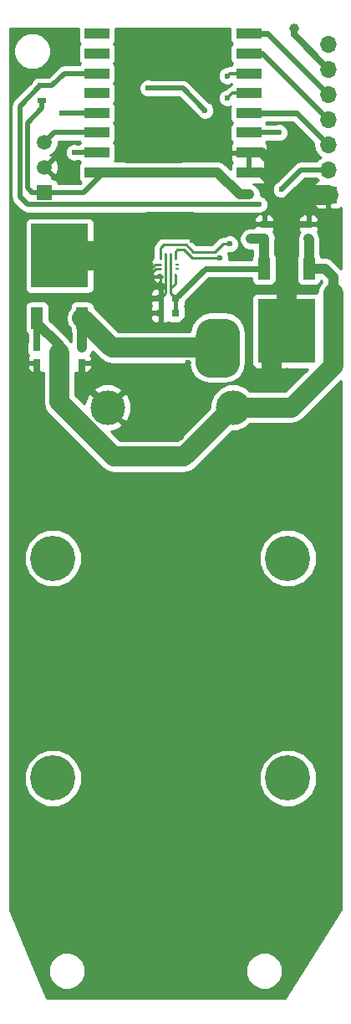
<source format=gtl>
G04 #@! TF.FileFunction,Copper,L1,Top,Signal*
%FSLAX46Y46*%
G04 Gerber Fmt 4.6, Leading zero omitted, Abs format (unit mm)*
G04 Created by KiCad (PCBNEW 4.0.7) date Sun Dec 17 13:28:59 2017*
%MOMM*%
%LPD*%
G01*
G04 APERTURE LIST*
%ADD10C,0.100000*%
%ADD11C,3.500000*%
%ADD12C,4.572000*%
%ADD13R,0.250000X0.400000*%
%ADD14R,0.400000X0.250000*%
%ADD15R,0.750000X0.800000*%
%ADD16R,0.800000X0.750000*%
%ADD17R,1.700000X1.700000*%
%ADD18O,1.700000X1.700000*%
%ADD19R,0.900000X0.500000*%
%ADD20R,1.200000X2.200000*%
%ADD21R,5.800000X6.400000*%
%ADD22R,2.750000X3.050000*%
%ADD23C,1.520000*%
%ADD24R,1.520000X1.520000*%
%ADD25R,2.500000X1.100000*%
%ADD26C,0.600000*%
%ADD27C,1.000000*%
%ADD28C,2.000000*%
%ADD29C,0.700000*%
%ADD30C,1.000000*%
%ADD31C,2.000000*%
%ADD32C,0.400000*%
%ADD33C,0.600000*%
%ADD34C,0.250000*%
%ADD35C,0.500000*%
%ADD36C,3.000000*%
%ADD37C,0.300000*%
%ADD38C,0.254000*%
G04 APERTURE END LIST*
D10*
D11*
X63337400Y-79035000D03*
X50637400Y-79035000D03*
D12*
X45074800Y-94275000D03*
X68900000Y-94275000D03*
X68900000Y-116500000D03*
X45074800Y-116500000D03*
D13*
X56000000Y-65725000D03*
D14*
X55825000Y-64550000D03*
X55825000Y-65050000D03*
X57675000Y-64550000D03*
X57675000Y-65050000D03*
D13*
X57500000Y-65725000D03*
X57000000Y-65725000D03*
X56500000Y-65725000D03*
X56000000Y-63875000D03*
X56500000Y-63875000D03*
X57000000Y-63875000D03*
X57500000Y-63875000D03*
D15*
X43500000Y-74500000D03*
X43500000Y-73000000D03*
X71000000Y-60500000D03*
X71000000Y-62000000D03*
X66500000Y-60500000D03*
X66500000Y-62000000D03*
X48000000Y-74500000D03*
X48000000Y-73000000D03*
D16*
X56000000Y-68000000D03*
X57500000Y-68000000D03*
X56000000Y-69500000D03*
X57500000Y-69500000D03*
D17*
X73000000Y-57540000D03*
D18*
X73000000Y-55000000D03*
X73000000Y-52460000D03*
X73000000Y-49920000D03*
X73000000Y-47380000D03*
X73000000Y-44840000D03*
X73000000Y-42300000D03*
D19*
X44000000Y-48000000D03*
X44000000Y-46500000D03*
D20*
X71030000Y-65000000D03*
X66470000Y-65000000D03*
D21*
X68750000Y-71300000D03*
D22*
X67225000Y-72975000D03*
X70275000Y-69625000D03*
X70275000Y-72975000D03*
X67225000Y-69625000D03*
D20*
X43500000Y-70000000D03*
X48060000Y-70000000D03*
D21*
X45780000Y-63700000D03*
D22*
X47305000Y-62025000D03*
X44255000Y-65375000D03*
X44255000Y-62025000D03*
X47305000Y-65375000D03*
D23*
X44250000Y-54750000D03*
X44250000Y-52210000D03*
D24*
X44250000Y-57290000D03*
D25*
X49550000Y-41250000D03*
X49550000Y-43250000D03*
X49550000Y-45250000D03*
X49550000Y-47250000D03*
X49550000Y-49250000D03*
X49550000Y-51250000D03*
X49550000Y-53250000D03*
X49550000Y-55250000D03*
X64950000Y-55250000D03*
X64950000Y-53250000D03*
X64950000Y-51250000D03*
X64950000Y-49250000D03*
X64950000Y-47250000D03*
X64950000Y-45250000D03*
X64950000Y-43250000D03*
X64950000Y-41250000D03*
D26*
X59200000Y-62100000D03*
D27*
X59000000Y-70000000D03*
D28*
X68500000Y-85500000D03*
X50000000Y-88000000D03*
D26*
X52500000Y-110000000D03*
X58000000Y-110000000D03*
X52500000Y-86000000D03*
X58000000Y-86000000D03*
X58000000Y-45750000D03*
D27*
X43500000Y-76000000D03*
D26*
X59750000Y-44500000D03*
X53000000Y-41750000D03*
D27*
X52500000Y-69750000D03*
D26*
X59250000Y-68000000D03*
D28*
X67250000Y-76000000D03*
X68500000Y-88000000D03*
X52500000Y-88000000D03*
X52500000Y-65500000D03*
D26*
X52500000Y-68000000D03*
X52500000Y-50250000D03*
X58000000Y-50000000D03*
X52500000Y-54000000D03*
X58000000Y-54000000D03*
X59250000Y-59750000D03*
X52500000Y-62000000D03*
X58750000Y-74500000D03*
X58000000Y-78000000D03*
X58000000Y-82000000D03*
X52500000Y-90000000D03*
X58000000Y-90000000D03*
X52500000Y-130000000D03*
X58000000Y-130000000D03*
X52500000Y-126000000D03*
X58000000Y-126000000D03*
X52500000Y-122000000D03*
X58000000Y-122000000D03*
X52500000Y-118000000D03*
X58000000Y-118000000D03*
X52500000Y-114000000D03*
X58000000Y-114000000D03*
X52500000Y-106000000D03*
X58000000Y-106000000D03*
X52500000Y-102000000D03*
X58000000Y-102000000D03*
X52500000Y-98000000D03*
X58000000Y-98000000D03*
X52500000Y-94000000D03*
X58000000Y-94000000D03*
D27*
X69500000Y-40750000D03*
X65125000Y-62000000D03*
X65000000Y-57500000D03*
X62500000Y-71500000D03*
X62500000Y-73000000D03*
X62500000Y-74500000D03*
X61000000Y-74500000D03*
X61000000Y-71500000D03*
X61000000Y-73000000D03*
D26*
X60500000Y-49000000D03*
X54750000Y-46750000D03*
X47250000Y-53250000D03*
X46000000Y-49250000D03*
X66000000Y-58500000D03*
X68250000Y-57000000D03*
X68000000Y-51250000D03*
X62000000Y-63900000D03*
X62750000Y-45500000D03*
X63000000Y-62500000D03*
X62750000Y-47750000D03*
D29*
X43500000Y-73000000D02*
X43500000Y-70000000D01*
D30*
X71030000Y-65000000D02*
X72630000Y-65000000D01*
X73500000Y-65870000D02*
X73500000Y-67470000D01*
X72630000Y-65000000D02*
X73500000Y-65870000D01*
X71030000Y-65000000D02*
X71030000Y-62030000D01*
X71030000Y-62030000D02*
X71000000Y-62000000D01*
X45750000Y-73500000D02*
X45750000Y-72750000D01*
X45750000Y-72750000D02*
X43500000Y-70500000D01*
X43500000Y-70500000D02*
X43500000Y-70000000D01*
D31*
X45750000Y-78500000D02*
X45750000Y-73500000D01*
X58372400Y-84000000D02*
X51250000Y-84000000D01*
X51250000Y-84000000D02*
X45750000Y-78500000D01*
X63337400Y-79035000D02*
X58372400Y-84000000D01*
X63337400Y-79035000D02*
X69275002Y-79035000D01*
X69275002Y-79035000D02*
X73500000Y-74810002D01*
X73500000Y-74810002D02*
X73500000Y-67470000D01*
D32*
X59200000Y-62100000D02*
X59200000Y-59800000D01*
X59200000Y-59800000D02*
X59250000Y-59750000D01*
D30*
X53750000Y-71000000D02*
X58000000Y-71000000D01*
X58000000Y-71000000D02*
X59000000Y-70000000D01*
D33*
X59000000Y-70000000D02*
X59000000Y-68250000D01*
X59000000Y-68250000D02*
X59250000Y-68000000D01*
D31*
X68500000Y-88000000D02*
X68500000Y-85500000D01*
X50000000Y-88000000D02*
X52500000Y-88000000D01*
D34*
X56500000Y-64000000D02*
X56500000Y-63500000D01*
X56500000Y-67500000D02*
X56500000Y-67000000D01*
X56500000Y-67000000D02*
X56500000Y-65600000D01*
X56000000Y-65600000D02*
X56000000Y-66500000D01*
X56000000Y-66500000D02*
X56500000Y-67000000D01*
X55000000Y-65000000D02*
X55000000Y-65500000D01*
X55000000Y-65500000D02*
X55000000Y-67750000D01*
X55950000Y-65050000D02*
X55450000Y-65050000D01*
X55450000Y-65050000D02*
X55000000Y-65500000D01*
X55950000Y-64550000D02*
X55450000Y-64550000D01*
X55450000Y-64550000D02*
X55000000Y-65000000D01*
X55000000Y-67750000D02*
X55250000Y-68000000D01*
X55250000Y-68000000D02*
X56000000Y-68000000D01*
X56500000Y-65600000D02*
X56500000Y-64000000D01*
D30*
X52500000Y-62000000D02*
X54750000Y-59750000D01*
X54750000Y-59750000D02*
X59250000Y-59750000D01*
D35*
X58000000Y-110000000D02*
X52500000Y-110000000D01*
X58000000Y-86000000D02*
X52500000Y-86000000D01*
D33*
X59750000Y-44500000D02*
X59250000Y-44500000D01*
X59250000Y-44500000D02*
X58000000Y-45750000D01*
D29*
X43500000Y-74500000D02*
X43500000Y-76000000D01*
X48000000Y-74500000D02*
X48000000Y-76397600D01*
X48000000Y-76397600D02*
X50637400Y-79035000D01*
D33*
X52500000Y-50250000D02*
X52500000Y-42250000D01*
X52500000Y-42250000D02*
X53000000Y-41750000D01*
X53000000Y-41750000D02*
X57000000Y-41750000D01*
X57000000Y-41750000D02*
X59750000Y-44500000D01*
D30*
X67000000Y-57750000D02*
X68190000Y-58940000D01*
X68190000Y-58940000D02*
X68750000Y-58940000D01*
X67000000Y-56000000D02*
X67000000Y-57750000D01*
X67000000Y-54000000D02*
X66250000Y-53250000D01*
X66250000Y-53250000D02*
X64250000Y-53250000D01*
X67000000Y-56000000D02*
X67000000Y-54000000D01*
X66250000Y-55250000D02*
X67000000Y-56000000D01*
X64250000Y-55250000D02*
X66250000Y-55250000D01*
X53750000Y-71000000D02*
X52500000Y-69750000D01*
D29*
X71000000Y-60500000D02*
X68750000Y-60500000D01*
D31*
X68750000Y-71300000D02*
X68750000Y-60500000D01*
X68750000Y-60500000D02*
X68750000Y-58940000D01*
D29*
X66500000Y-60500000D02*
X68750000Y-60500000D01*
D31*
X70150000Y-57540000D02*
X73000000Y-57540000D01*
X68750000Y-58940000D02*
X70150000Y-57540000D01*
X67250000Y-76000000D02*
X67250000Y-73000000D01*
X67250000Y-73000000D02*
X67225000Y-72975000D01*
X52500000Y-88000000D02*
X68500000Y-88000000D01*
D36*
X45780000Y-63700000D02*
X50700000Y-63700000D01*
X50700000Y-63700000D02*
X52500000Y-65500000D01*
D35*
X56000000Y-68000000D02*
X52500000Y-68000000D01*
D34*
X56500000Y-67500000D02*
X56000000Y-68000000D01*
D32*
X56000000Y-68000000D02*
X56000000Y-69500000D01*
D33*
X53500000Y-50250000D02*
X52500000Y-50250000D01*
X58000000Y-50000000D02*
X52750000Y-50000000D01*
X52750000Y-50000000D02*
X52500000Y-50250000D01*
X58000000Y-54000000D02*
X52500000Y-54000000D01*
X58750000Y-74500000D02*
X58450001Y-74799999D01*
X58450001Y-74799999D02*
X54872401Y-74799999D01*
X54872401Y-74799999D02*
X52387399Y-77285001D01*
X58000000Y-78000000D02*
X53250000Y-78000000D01*
X53250000Y-78000000D02*
X52535001Y-77285001D01*
X52535001Y-77285001D02*
X52387399Y-77285001D01*
X52387399Y-77285001D02*
X50637400Y-79035000D01*
X58000000Y-82000000D02*
X53602400Y-82000000D01*
X53602400Y-82000000D02*
X50637400Y-79035000D01*
X58000000Y-90000000D02*
X52500000Y-90000000D01*
X58000000Y-130000000D02*
X52500000Y-130000000D01*
X58000000Y-126000000D02*
X52500000Y-126000000D01*
X58000000Y-122000000D02*
X52500000Y-122000000D01*
X58000000Y-118000000D02*
X52500000Y-118000000D01*
X58000000Y-114000000D02*
X52500000Y-114000000D01*
D35*
X58000000Y-106000000D02*
X52500000Y-106000000D01*
X58000000Y-102000000D02*
X52500000Y-102000000D01*
X58000000Y-98000000D02*
X52500000Y-98000000D01*
X58000000Y-94000000D02*
X52500000Y-94000000D01*
D34*
X57000000Y-67500000D02*
X57000000Y-67000000D01*
X57000000Y-67000000D02*
X57000000Y-65600000D01*
X57500000Y-65600000D02*
X57500000Y-66500000D01*
X57500000Y-66500000D02*
X57000000Y-67000000D01*
X57000000Y-64000000D02*
X57000000Y-63500000D01*
X57000000Y-65600000D02*
X57000000Y-64000000D01*
D35*
X42500000Y-50250000D02*
X42500000Y-56800000D01*
X42500000Y-56800000D02*
X42990000Y-57290000D01*
X42990000Y-57290000D02*
X44250000Y-57290000D01*
X44000000Y-48000000D02*
X44000000Y-48750000D01*
X44000000Y-48750000D02*
X42500000Y-50250000D01*
D29*
X73000000Y-44840000D02*
X69500000Y-41340000D01*
X69500000Y-41340000D02*
X69500000Y-40750000D01*
D30*
X61750000Y-55250000D02*
X64000000Y-57500000D01*
X64000000Y-57500000D02*
X65000000Y-57500000D01*
X58375000Y-55250000D02*
X61750000Y-55250000D01*
D35*
X42990000Y-57290000D02*
X42750000Y-57050000D01*
X44250000Y-57290000D02*
X48210000Y-57290000D01*
X48210000Y-57290000D02*
X50250000Y-55250000D01*
D33*
X57500000Y-68000000D02*
X57525000Y-68000000D01*
X57525000Y-68000000D02*
X60525000Y-65000000D01*
X60525000Y-65000000D02*
X64750000Y-65000000D01*
D30*
X50250000Y-55250000D02*
X58375000Y-55250000D01*
X66500000Y-62000000D02*
X65125000Y-62000000D01*
D33*
X66470000Y-65000000D02*
X64750000Y-65000000D01*
D30*
X66470000Y-65000000D02*
X66470000Y-62030000D01*
X66470000Y-62030000D02*
X66500000Y-62000000D01*
D34*
X57000000Y-67500000D02*
X57500000Y-68000000D01*
D32*
X57500000Y-69500000D02*
X57500000Y-68000000D01*
D36*
X62500000Y-74500000D02*
X61000000Y-74500000D01*
X62500000Y-71500000D02*
X62500000Y-74500000D01*
X61000000Y-74500000D02*
X61000000Y-71969862D01*
X61000000Y-71969862D02*
X61100010Y-71869852D01*
X61100010Y-71869852D02*
X61100010Y-71500000D01*
X62500000Y-71500000D02*
X61100010Y-71500000D01*
X62500000Y-74500000D02*
X62500000Y-73000000D01*
X61000000Y-73000000D02*
X61000000Y-74500000D01*
D35*
X54750000Y-46750000D02*
X58250000Y-46750000D01*
X58250000Y-46750000D02*
X60500000Y-49000000D01*
D31*
X48060000Y-70000000D02*
X51060000Y-73000000D01*
X51060000Y-73000000D02*
X61000000Y-73000000D01*
D30*
X48060000Y-70000000D02*
X48060000Y-72940000D01*
X48060000Y-72940000D02*
X48000000Y-73000000D01*
D35*
X50250000Y-53250000D02*
X47250000Y-53250000D01*
X50250000Y-49250000D02*
X46000000Y-49250000D01*
X46250000Y-45250000D02*
X50250000Y-45250000D01*
X46250000Y-45250000D02*
X45000000Y-46500000D01*
X45000000Y-46500000D02*
X44000000Y-46500000D01*
X59250000Y-58500000D02*
X42500000Y-58500000D01*
X41750000Y-57750000D02*
X41750000Y-48550000D01*
X42500000Y-58500000D02*
X41750000Y-57750000D01*
X41750000Y-48550000D02*
X43800000Y-46500000D01*
X43800000Y-46500000D02*
X44000000Y-46500000D01*
X66000000Y-58500000D02*
X63656483Y-58500000D01*
X73000000Y-55000000D02*
X70250000Y-55000000D01*
X70250000Y-55000000D02*
X68250000Y-57000000D01*
X59250000Y-58500000D02*
X59500000Y-58500000D01*
X63656483Y-58500000D02*
X59250000Y-58500000D01*
D33*
X73000000Y-52460000D02*
X69790000Y-49250000D01*
X69790000Y-49250000D02*
X64250000Y-49250000D01*
X73000000Y-49920000D02*
X66330000Y-43250000D01*
X66330000Y-43250000D02*
X64250000Y-43250000D01*
X64250000Y-41250000D02*
X66870000Y-41250000D01*
X66870000Y-41250000D02*
X73000000Y-47380000D01*
D35*
X68000000Y-51250000D02*
X64250000Y-51250000D01*
D34*
X57500000Y-64000000D02*
X57500000Y-63300000D01*
X57500000Y-63300000D02*
X57700000Y-63100000D01*
X57700000Y-63100000D02*
X58400000Y-63100000D01*
X58400000Y-63100000D02*
X59200000Y-63900000D01*
X59200000Y-63900000D02*
X62000000Y-63900000D01*
D37*
X64250000Y-45250000D02*
X63000000Y-45250000D01*
X63000000Y-45250000D02*
X62750000Y-45500000D01*
D34*
X56000000Y-64000000D02*
X56000000Y-62900000D01*
X56000000Y-62900000D02*
X56300000Y-62600000D01*
X56300000Y-62600000D02*
X58600000Y-62600000D01*
X58600000Y-62600000D02*
X59300000Y-63300000D01*
X59300000Y-63300000D02*
X61500000Y-63300000D01*
X62300000Y-62500000D02*
X63000000Y-62500000D01*
X61500000Y-63300000D02*
X62300000Y-62500000D01*
D37*
X64250000Y-47250000D02*
X63250000Y-47250000D01*
X63250000Y-47250000D02*
X62750000Y-47750000D01*
D35*
X50250000Y-51250000D02*
X45210000Y-51250000D01*
X45210000Y-51250000D02*
X44250000Y-52210000D01*
D38*
G36*
X47652560Y-41800000D02*
X47696838Y-42035317D01*
X47835910Y-42251441D01*
X47837299Y-42252390D01*
X47703569Y-42448110D01*
X47652560Y-42700000D01*
X47652560Y-43800000D01*
X47696838Y-44035317D01*
X47835910Y-44251441D01*
X47837299Y-44252390D01*
X47760356Y-44365000D01*
X46250005Y-44365000D01*
X46250000Y-44364999D01*
X45967516Y-44421190D01*
X45911325Y-44432367D01*
X45624210Y-44624210D01*
X45624208Y-44624213D01*
X44633420Y-45615000D01*
X44511431Y-45615000D01*
X44450000Y-45602560D01*
X43550000Y-45602560D01*
X43314683Y-45646838D01*
X43098559Y-45785910D01*
X42953569Y-45998110D01*
X42929004Y-46119417D01*
X41124210Y-47924210D01*
X40932367Y-48211325D01*
X40932367Y-48211326D01*
X40864999Y-48550000D01*
X40865000Y-48550005D01*
X40865000Y-57749995D01*
X40864999Y-57750000D01*
X40901831Y-57935162D01*
X40932367Y-58088675D01*
X40990048Y-58175001D01*
X41124210Y-58375790D01*
X41874208Y-59125787D01*
X41874210Y-59125790D01*
X42123250Y-59292192D01*
X42161325Y-59317633D01*
X42500000Y-59385001D01*
X42500005Y-59385000D01*
X65693178Y-59385000D01*
X65813201Y-59434838D01*
X66185167Y-59435162D01*
X66528943Y-59293117D01*
X66792192Y-59030327D01*
X66934838Y-58686799D01*
X66935162Y-58314833D01*
X66793117Y-57971057D01*
X66530327Y-57707808D01*
X66186799Y-57565162D01*
X66134944Y-57565117D01*
X66135197Y-57275225D01*
X65962767Y-56857914D01*
X65643765Y-56538355D01*
X65394860Y-56435000D01*
X66326309Y-56435000D01*
X66559698Y-56338327D01*
X66738327Y-56159699D01*
X66835000Y-55926310D01*
X66835000Y-55535750D01*
X66676250Y-55377000D01*
X65077000Y-55377000D01*
X65077000Y-55397000D01*
X64823000Y-55397000D01*
X64823000Y-55377000D01*
X64803000Y-55377000D01*
X64803000Y-55123000D01*
X64823000Y-55123000D01*
X64823000Y-53377000D01*
X65077000Y-53377000D01*
X65077000Y-55123000D01*
X66676250Y-55123000D01*
X66835000Y-54964250D01*
X66835000Y-54573690D01*
X66738327Y-54340301D01*
X66648025Y-54250000D01*
X66738327Y-54159699D01*
X66835000Y-53926310D01*
X66835000Y-53535750D01*
X66676250Y-53377000D01*
X65077000Y-53377000D01*
X64823000Y-53377000D01*
X63223750Y-53377000D01*
X63065000Y-53535750D01*
X63065000Y-53926310D01*
X63161673Y-54159699D01*
X63251975Y-54250000D01*
X63161673Y-54340301D01*
X63065000Y-54573690D01*
X63065000Y-54959868D01*
X62552566Y-54447434D01*
X62486308Y-54403162D01*
X62184346Y-54201397D01*
X61750000Y-54115000D01*
X51353310Y-54115000D01*
X51396431Y-54051890D01*
X51447440Y-53800000D01*
X51447440Y-52700000D01*
X51403162Y-52464683D01*
X51264090Y-52248559D01*
X51262701Y-52247610D01*
X51396431Y-52051890D01*
X51447440Y-51800000D01*
X51447440Y-50700000D01*
X51403162Y-50464683D01*
X51264090Y-50248559D01*
X51262701Y-50247610D01*
X51396431Y-50051890D01*
X51447440Y-49800000D01*
X51447440Y-48700000D01*
X51403162Y-48464683D01*
X51264090Y-48248559D01*
X51262701Y-48247610D01*
X51396431Y-48051890D01*
X51447440Y-47800000D01*
X51447440Y-46935167D01*
X53814838Y-46935167D01*
X53956883Y-47278943D01*
X54219673Y-47542192D01*
X54563201Y-47684838D01*
X54935167Y-47685162D01*
X55056569Y-47635000D01*
X57883420Y-47635000D01*
X59657255Y-49408834D01*
X59706883Y-49528943D01*
X59969673Y-49792192D01*
X60313201Y-49934838D01*
X60685167Y-49935162D01*
X61028943Y-49793117D01*
X61292192Y-49530327D01*
X61434838Y-49186799D01*
X61435162Y-48814833D01*
X61293117Y-48471057D01*
X61030327Y-48207808D01*
X60909013Y-48157434D01*
X58875790Y-46124210D01*
X58791116Y-46067633D01*
X58588675Y-45932367D01*
X58532484Y-45921190D01*
X58250000Y-45864999D01*
X58249995Y-45865000D01*
X55056822Y-45865000D01*
X54936799Y-45815162D01*
X54564833Y-45814838D01*
X54221057Y-45956883D01*
X53957808Y-46219673D01*
X53815162Y-46563201D01*
X53814838Y-46935167D01*
X51447440Y-46935167D01*
X51447440Y-46700000D01*
X51403162Y-46464683D01*
X51264090Y-46248559D01*
X51262701Y-46247610D01*
X51396431Y-46051890D01*
X51447440Y-45800000D01*
X51447440Y-44700000D01*
X51403162Y-44464683D01*
X51264090Y-44248559D01*
X51262701Y-44247610D01*
X51396431Y-44051890D01*
X51447440Y-43800000D01*
X51447440Y-42700000D01*
X51403162Y-42464683D01*
X51264090Y-42248559D01*
X51262701Y-42247610D01*
X51396431Y-42051890D01*
X51447440Y-41800000D01*
X51447440Y-40710000D01*
X63052560Y-40710000D01*
X63052560Y-41800000D01*
X63096838Y-42035317D01*
X63235910Y-42251441D01*
X63237299Y-42252390D01*
X63103569Y-42448110D01*
X63052560Y-42700000D01*
X63052560Y-43800000D01*
X63096838Y-44035317D01*
X63235910Y-44251441D01*
X63237299Y-44252390D01*
X63103569Y-44448110D01*
X63100149Y-44465000D01*
X63000000Y-44465000D01*
X62699593Y-44524755D01*
X62639507Y-44564903D01*
X62564833Y-44564838D01*
X62221057Y-44706883D01*
X61957808Y-44969673D01*
X61815162Y-45313201D01*
X61814838Y-45685167D01*
X61956883Y-46028943D01*
X62219673Y-46292192D01*
X62563201Y-46434838D01*
X62935167Y-46435162D01*
X63182142Y-46333114D01*
X63103569Y-46448110D01*
X63093859Y-46496059D01*
X62949594Y-46524755D01*
X62694921Y-46694921D01*
X62574995Y-46814847D01*
X62564833Y-46814838D01*
X62221057Y-46956883D01*
X61957808Y-47219673D01*
X61815162Y-47563201D01*
X61814838Y-47935167D01*
X61956883Y-48278943D01*
X62219673Y-48542192D01*
X62563201Y-48684838D01*
X62935167Y-48685162D01*
X63066559Y-48630872D01*
X63052560Y-48700000D01*
X63052560Y-49800000D01*
X63096838Y-50035317D01*
X63235910Y-50251441D01*
X63237299Y-50252390D01*
X63103569Y-50448110D01*
X63052560Y-50700000D01*
X63052560Y-51800000D01*
X63096838Y-52035317D01*
X63235910Y-52251441D01*
X63244598Y-52257377D01*
X63161673Y-52340301D01*
X63065000Y-52573690D01*
X63065000Y-52964250D01*
X63223750Y-53123000D01*
X64823000Y-53123000D01*
X64823000Y-53103000D01*
X65077000Y-53103000D01*
X65077000Y-53123000D01*
X66676250Y-53123000D01*
X66835000Y-52964250D01*
X66835000Y-52573690D01*
X66738327Y-52340301D01*
X66655774Y-52257748D01*
X66739644Y-52135000D01*
X67693178Y-52135000D01*
X67813201Y-52184838D01*
X68185167Y-52185162D01*
X68528943Y-52043117D01*
X68792192Y-51780327D01*
X68934838Y-51436799D01*
X68935162Y-51064833D01*
X68793117Y-50721057D01*
X68530327Y-50457808D01*
X68186799Y-50315162D01*
X67814833Y-50314838D01*
X67693431Y-50365000D01*
X66739018Y-50365000D01*
X66664090Y-50248559D01*
X66662701Y-50247610D01*
X66705481Y-50185000D01*
X69402710Y-50185000D01*
X71517729Y-52300019D01*
X71485907Y-52460000D01*
X71598946Y-53028285D01*
X71920853Y-53510054D01*
X72250026Y-53730000D01*
X71920853Y-53949946D01*
X71810568Y-54115000D01*
X70250005Y-54115000D01*
X70250000Y-54114999D01*
X69911325Y-54182367D01*
X69624210Y-54374210D01*
X69624208Y-54374213D01*
X67841164Y-56157256D01*
X67721057Y-56206883D01*
X67457808Y-56469673D01*
X67315162Y-56813201D01*
X67314838Y-57185167D01*
X67456883Y-57528943D01*
X67719673Y-57792192D01*
X68063201Y-57934838D01*
X68435167Y-57935162D01*
X68699964Y-57825750D01*
X71515000Y-57825750D01*
X71515000Y-58516310D01*
X71611673Y-58749699D01*
X71790302Y-58928327D01*
X72023691Y-59025000D01*
X72714250Y-59025000D01*
X72873000Y-58866250D01*
X72873000Y-57667000D01*
X71673750Y-57667000D01*
X71515000Y-57825750D01*
X68699964Y-57825750D01*
X68778943Y-57793117D01*
X69042192Y-57530327D01*
X69092566Y-57409014D01*
X70616579Y-55885000D01*
X71810568Y-55885000D01*
X71920853Y-56050054D01*
X71964777Y-56079403D01*
X71790302Y-56151673D01*
X71611673Y-56330301D01*
X71515000Y-56563690D01*
X71515000Y-57254250D01*
X71673750Y-57413000D01*
X72873000Y-57413000D01*
X72873000Y-57393000D01*
X73127000Y-57393000D01*
X73127000Y-57413000D01*
X73147000Y-57413000D01*
X73147000Y-57667000D01*
X73127000Y-57667000D01*
X73127000Y-58866250D01*
X73285750Y-59025000D01*
X73976309Y-59025000D01*
X74209698Y-58928327D01*
X74290000Y-58848025D01*
X74290000Y-65054868D01*
X73432566Y-64197434D01*
X73396163Y-64173110D01*
X73064346Y-63951397D01*
X72630000Y-63865000D01*
X72270854Y-63865000D01*
X72233162Y-63664683D01*
X72165000Y-63558756D01*
X72165000Y-62030000D01*
X72078603Y-61595654D01*
X71999286Y-61476948D01*
X71978162Y-61364683D01*
X71911671Y-61261354D01*
X71913327Y-61259698D01*
X72010000Y-61026309D01*
X72010000Y-60785750D01*
X71851250Y-60627000D01*
X71127000Y-60627000D01*
X71127000Y-60647000D01*
X70873000Y-60647000D01*
X70873000Y-60627000D01*
X70148750Y-60627000D01*
X69990000Y-60785750D01*
X69990000Y-61026309D01*
X70086673Y-61259698D01*
X70088043Y-61261068D01*
X70028569Y-61348110D01*
X69998917Y-61494536D01*
X69951397Y-61565655D01*
X69865000Y-62000000D01*
X69895000Y-62150819D01*
X69895000Y-63558203D01*
X69833569Y-63648110D01*
X69782560Y-63900000D01*
X69782560Y-66100000D01*
X69826838Y-66335317D01*
X69965910Y-66551441D01*
X70178110Y-66696431D01*
X70430000Y-66747440D01*
X71630000Y-66747440D01*
X71865317Y-66703162D01*
X72081441Y-66564090D01*
X72226431Y-66351890D01*
X72251746Y-66226878D01*
X72341824Y-66316956D01*
X71989457Y-66844313D01*
X71865000Y-67470000D01*
X71865000Y-67501737D01*
X71776310Y-67465000D01*
X68773690Y-67465000D01*
X68750000Y-67474813D01*
X68726310Y-67465000D01*
X65723690Y-67465000D01*
X65490301Y-67561673D01*
X65311673Y-67740302D01*
X65215000Y-67973691D01*
X65215000Y-71276309D01*
X65224813Y-71300000D01*
X65215000Y-71323691D01*
X65215000Y-74626309D01*
X65311673Y-74859698D01*
X65490301Y-75038327D01*
X65723690Y-75135000D01*
X68726310Y-75135000D01*
X68750000Y-75125187D01*
X68773690Y-75135000D01*
X70862763Y-75135000D01*
X68597762Y-77400000D01*
X65075211Y-77400000D01*
X64690158Y-77014274D01*
X63813887Y-76650415D01*
X62865075Y-76649587D01*
X61988171Y-77011916D01*
X61316674Y-77682242D01*
X60952815Y-78558513D01*
X60952336Y-79107825D01*
X57695160Y-82365000D01*
X51927239Y-82365000D01*
X50978018Y-81415779D01*
X51142723Y-81413641D01*
X51962036Y-81074271D01*
X52152323Y-80729528D01*
X50637400Y-79214605D01*
X50623258Y-79228748D01*
X50443653Y-79049143D01*
X50457795Y-79035000D01*
X50817005Y-79035000D01*
X52331928Y-80549923D01*
X52676671Y-80359636D01*
X53028356Y-79478409D01*
X53016041Y-78529677D01*
X52676671Y-77710364D01*
X52331928Y-77520077D01*
X50817005Y-79035000D01*
X50457795Y-79035000D01*
X48942872Y-77520077D01*
X48598129Y-77710364D01*
X48246444Y-78591591D01*
X48247662Y-78685422D01*
X47385000Y-77822760D01*
X47385000Y-77340472D01*
X49122477Y-77340472D01*
X50637400Y-78855395D01*
X52152323Y-77340472D01*
X51962036Y-76995729D01*
X51080809Y-76644044D01*
X50132077Y-76656359D01*
X49312764Y-76995729D01*
X49122477Y-77340472D01*
X47385000Y-77340472D01*
X47385000Y-75487908D01*
X47498690Y-75535000D01*
X47714250Y-75535000D01*
X47873000Y-75376250D01*
X47873000Y-74627000D01*
X48127000Y-74627000D01*
X48127000Y-75376250D01*
X48285750Y-75535000D01*
X48501310Y-75535000D01*
X48734699Y-75438327D01*
X48913327Y-75259698D01*
X49010000Y-75026309D01*
X49010000Y-74785750D01*
X48851250Y-74627000D01*
X48127000Y-74627000D01*
X47873000Y-74627000D01*
X47853000Y-74627000D01*
X47853000Y-74373000D01*
X47873000Y-74373000D01*
X47873000Y-74353000D01*
X48127000Y-74353000D01*
X48127000Y-74373000D01*
X48851250Y-74373000D01*
X49010000Y-74214250D01*
X49010000Y-73973691D01*
X48913327Y-73740302D01*
X48911957Y-73738932D01*
X48971431Y-73651890D01*
X48992425Y-73548218D01*
X49108603Y-73374346D01*
X49110843Y-73363083D01*
X49903878Y-74156117D01*
X49903880Y-74156120D01*
X50082134Y-74275225D01*
X50434313Y-74510543D01*
X51060000Y-74635001D01*
X51060005Y-74635000D01*
X58891853Y-74635000D01*
X59027517Y-75317029D01*
X59490327Y-76009673D01*
X60182971Y-76472483D01*
X61000000Y-76635000D01*
X62500000Y-76635000D01*
X63317029Y-76472483D01*
X64009673Y-76009673D01*
X64472483Y-75317029D01*
X64635000Y-74500000D01*
X64635000Y-71500000D01*
X64472483Y-70682971D01*
X64009673Y-69990327D01*
X63317029Y-69527517D01*
X62500000Y-69365000D01*
X61100010Y-69365000D01*
X60282981Y-69527517D01*
X59590337Y-69990327D01*
X59127527Y-70682971D01*
X59036842Y-71138878D01*
X59027517Y-71152833D01*
X58985314Y-71365000D01*
X51737239Y-71365000D01*
X50157990Y-69785750D01*
X54965000Y-69785750D01*
X54965000Y-70001310D01*
X55061673Y-70234699D01*
X55240302Y-70413327D01*
X55473691Y-70510000D01*
X55714250Y-70510000D01*
X55873000Y-70351250D01*
X55873000Y-69627000D01*
X55123750Y-69627000D01*
X54965000Y-69785750D01*
X50157990Y-69785750D01*
X49307440Y-68935200D01*
X49307440Y-68900000D01*
X49263162Y-68664683D01*
X49124090Y-68448559D01*
X48911890Y-68303569D01*
X48823898Y-68285750D01*
X54965000Y-68285750D01*
X54965000Y-68501310D01*
X55061673Y-68734699D01*
X55076974Y-68750000D01*
X55061673Y-68765301D01*
X54965000Y-68998690D01*
X54965000Y-69214250D01*
X55123750Y-69373000D01*
X55873000Y-69373000D01*
X55873000Y-68127000D01*
X55123750Y-68127000D01*
X54965000Y-68285750D01*
X48823898Y-68285750D01*
X48660000Y-68252560D01*
X47460000Y-68252560D01*
X47224683Y-68296838D01*
X47008559Y-68435910D01*
X46863569Y-68648110D01*
X46812560Y-68900000D01*
X46812560Y-68980550D01*
X46549457Y-69374312D01*
X46424999Y-70000000D01*
X46549457Y-70625688D01*
X46812560Y-71019450D01*
X46812560Y-71100000D01*
X46856838Y-71335317D01*
X46925000Y-71441244D01*
X46925000Y-72372136D01*
X46906120Y-72343880D01*
X46745957Y-72236863D01*
X46552567Y-71947434D01*
X44747440Y-70142308D01*
X44747440Y-68900000D01*
X44703162Y-68664683D01*
X44564090Y-68448559D01*
X44351890Y-68303569D01*
X44100000Y-68252560D01*
X42900000Y-68252560D01*
X42664683Y-68296838D01*
X42448559Y-68435910D01*
X42303569Y-68648110D01*
X42252560Y-68900000D01*
X42252560Y-71100000D01*
X42296838Y-71335317D01*
X42435910Y-71551441D01*
X42515000Y-71605481D01*
X42515000Y-72415116D01*
X42477560Y-72600000D01*
X42477560Y-73400000D01*
X42521838Y-73635317D01*
X42588329Y-73738646D01*
X42586673Y-73740302D01*
X42490000Y-73973691D01*
X42490000Y-74214250D01*
X42648750Y-74373000D01*
X43373000Y-74373000D01*
X43373000Y-74353000D01*
X43627000Y-74353000D01*
X43627000Y-74373000D01*
X43647000Y-74373000D01*
X43647000Y-74627000D01*
X43627000Y-74627000D01*
X43627000Y-75376250D01*
X43785750Y-75535000D01*
X44001310Y-75535000D01*
X44115000Y-75487908D01*
X44115000Y-78499995D01*
X44114999Y-78500000D01*
X44239457Y-79125688D01*
X44593880Y-79656120D01*
X50093878Y-85156117D01*
X50093880Y-85156120D01*
X50624313Y-85510543D01*
X51250000Y-85635001D01*
X51250005Y-85635000D01*
X58372395Y-85635000D01*
X58372400Y-85635001D01*
X58998088Y-85510543D01*
X59528520Y-85156120D01*
X63264702Y-81419937D01*
X63809725Y-81420413D01*
X64686629Y-81058084D01*
X65075391Y-80670000D01*
X69274997Y-80670000D01*
X69275002Y-80670001D01*
X69900690Y-80545543D01*
X70431122Y-80191120D01*
X74290000Y-76332241D01*
X74290000Y-129794561D01*
X68608670Y-138790000D01*
X44471422Y-138790000D01*
X43453867Y-136373305D01*
X44614674Y-136373305D01*
X44901043Y-137066372D01*
X45430839Y-137597093D01*
X46123405Y-137884672D01*
X46873305Y-137885326D01*
X47566372Y-137598957D01*
X48097093Y-137069161D01*
X48384672Y-136376595D01*
X48384674Y-136373305D01*
X64614674Y-136373305D01*
X64901043Y-137066372D01*
X65430839Y-137597093D01*
X66123405Y-137884672D01*
X66873305Y-137885326D01*
X67566372Y-137598957D01*
X68097093Y-137069161D01*
X68384672Y-136376595D01*
X68385326Y-135626695D01*
X68098957Y-134933628D01*
X67569161Y-134402907D01*
X66876595Y-134115328D01*
X66126695Y-134114674D01*
X65433628Y-134401043D01*
X64902907Y-134930839D01*
X64615328Y-135623405D01*
X64614674Y-136373305D01*
X48384674Y-136373305D01*
X48385326Y-135626695D01*
X48098957Y-134933628D01*
X47569161Y-134402907D01*
X46876595Y-134115328D01*
X46126695Y-134114674D01*
X45433628Y-134401043D01*
X44902907Y-134930839D01*
X44615328Y-135623405D01*
X44614674Y-136373305D01*
X43453867Y-136373305D01*
X40710000Y-129856623D01*
X40710000Y-117078474D01*
X42153294Y-117078474D01*
X42597053Y-118152452D01*
X43418026Y-118974860D01*
X44491228Y-119420492D01*
X45653274Y-119421506D01*
X46727252Y-118977747D01*
X47549660Y-118156774D01*
X47995292Y-117083572D01*
X47995296Y-117078474D01*
X65978494Y-117078474D01*
X66422253Y-118152452D01*
X67243226Y-118974860D01*
X68316428Y-119420492D01*
X69478474Y-119421506D01*
X70552452Y-118977747D01*
X71374860Y-118156774D01*
X71820492Y-117083572D01*
X71821506Y-115921526D01*
X71377747Y-114847548D01*
X70556774Y-114025140D01*
X69483572Y-113579508D01*
X68321526Y-113578494D01*
X67247548Y-114022253D01*
X66425140Y-114843226D01*
X65979508Y-115916428D01*
X65978494Y-117078474D01*
X47995296Y-117078474D01*
X47996306Y-115921526D01*
X47552547Y-114847548D01*
X46731574Y-114025140D01*
X45658372Y-113579508D01*
X44496326Y-113578494D01*
X43422348Y-114022253D01*
X42599940Y-114843226D01*
X42154308Y-115916428D01*
X42153294Y-117078474D01*
X40710000Y-117078474D01*
X40710000Y-94853474D01*
X42153294Y-94853474D01*
X42597053Y-95927452D01*
X43418026Y-96749860D01*
X44491228Y-97195492D01*
X45653274Y-97196506D01*
X46727252Y-96752747D01*
X47549660Y-95931774D01*
X47995292Y-94858572D01*
X47995296Y-94853474D01*
X65978494Y-94853474D01*
X66422253Y-95927452D01*
X67243226Y-96749860D01*
X68316428Y-97195492D01*
X69478474Y-97196506D01*
X70552452Y-96752747D01*
X71374860Y-95931774D01*
X71820492Y-94858572D01*
X71821506Y-93696526D01*
X71377747Y-92622548D01*
X70556774Y-91800140D01*
X69483572Y-91354508D01*
X68321526Y-91353494D01*
X67247548Y-91797253D01*
X66425140Y-92618226D01*
X65979508Y-93691428D01*
X65978494Y-94853474D01*
X47995296Y-94853474D01*
X47996306Y-93696526D01*
X47552547Y-92622548D01*
X46731574Y-91800140D01*
X45658372Y-91354508D01*
X44496326Y-91353494D01*
X43422348Y-91797253D01*
X42599940Y-92618226D01*
X42154308Y-93691428D01*
X42153294Y-94853474D01*
X40710000Y-94853474D01*
X40710000Y-74785750D01*
X42490000Y-74785750D01*
X42490000Y-75026309D01*
X42586673Y-75259698D01*
X42765301Y-75438327D01*
X42998690Y-75535000D01*
X43214250Y-75535000D01*
X43373000Y-75376250D01*
X43373000Y-74627000D01*
X42648750Y-74627000D01*
X42490000Y-74785750D01*
X40710000Y-74785750D01*
X40710000Y-60373691D01*
X42245000Y-60373691D01*
X42245000Y-63676309D01*
X42254813Y-63700000D01*
X42245000Y-63723691D01*
X42245000Y-67026309D01*
X42341673Y-67259698D01*
X42520301Y-67438327D01*
X42753690Y-67535000D01*
X45756310Y-67535000D01*
X45780000Y-67525187D01*
X45803690Y-67535000D01*
X48806310Y-67535000D01*
X48893969Y-67498690D01*
X54965000Y-67498690D01*
X54965000Y-67714250D01*
X55123750Y-67873000D01*
X55873000Y-67873000D01*
X55873000Y-67148750D01*
X55714250Y-66990000D01*
X55473691Y-66990000D01*
X55240302Y-67086673D01*
X55061673Y-67265301D01*
X54965000Y-67498690D01*
X48893969Y-67498690D01*
X49039699Y-67438327D01*
X49218327Y-67259698D01*
X49315000Y-67026309D01*
X49315000Y-64298691D01*
X54990000Y-64298691D01*
X54990000Y-64328750D01*
X55148750Y-64487500D01*
X55164475Y-64487500D01*
X55086673Y-64565302D01*
X55009404Y-64751846D01*
X54990000Y-64771250D01*
X54990000Y-64828750D01*
X55009404Y-64848154D01*
X55086673Y-65034698D01*
X55164475Y-65112500D01*
X55148750Y-65112500D01*
X54990000Y-65271250D01*
X54990000Y-65301309D01*
X55086673Y-65534698D01*
X55265301Y-65713327D01*
X55498690Y-65810000D01*
X55566250Y-65810000D01*
X55725000Y-65651250D01*
X55725000Y-65625000D01*
X55925000Y-65625000D01*
X55925000Y-65651250D01*
X56083750Y-65810000D01*
X56125000Y-65810000D01*
X56125000Y-65825000D01*
X55398750Y-65825000D01*
X55240000Y-65983750D01*
X55240000Y-66051309D01*
X55336673Y-66284698D01*
X55515301Y-66463327D01*
X55748690Y-66560000D01*
X55778750Y-66560000D01*
X55937500Y-66401250D01*
X55937500Y-66385526D01*
X56015301Y-66463327D01*
X56201847Y-66540597D01*
X56221250Y-66560000D01*
X56240000Y-66560000D01*
X56240000Y-67035750D01*
X56127000Y-67148750D01*
X56127000Y-67873000D01*
X56147000Y-67873000D01*
X56147000Y-68127000D01*
X56127000Y-68127000D01*
X56127000Y-69373000D01*
X56147000Y-69373000D01*
X56147000Y-69627000D01*
X56127000Y-69627000D01*
X56127000Y-70351250D01*
X56285750Y-70510000D01*
X56526309Y-70510000D01*
X56759698Y-70413327D01*
X56761068Y-70411957D01*
X56848110Y-70471431D01*
X57100000Y-70522440D01*
X57900000Y-70522440D01*
X58135317Y-70478162D01*
X58351441Y-70339090D01*
X58496431Y-70126890D01*
X58547440Y-69875000D01*
X58547440Y-69125000D01*
X58503162Y-68889683D01*
X58412810Y-68749273D01*
X58496431Y-68626890D01*
X58547440Y-68375000D01*
X58547440Y-68299850D01*
X60912290Y-65935000D01*
X65222560Y-65935000D01*
X65222560Y-66100000D01*
X65266838Y-66335317D01*
X65405910Y-66551441D01*
X65618110Y-66696431D01*
X65870000Y-66747440D01*
X67070000Y-66747440D01*
X67305317Y-66703162D01*
X67521441Y-66564090D01*
X67666431Y-66351890D01*
X67717440Y-66100000D01*
X67717440Y-63900000D01*
X67673162Y-63664683D01*
X67605000Y-63558756D01*
X67605000Y-62150820D01*
X67635000Y-62000000D01*
X67548603Y-61565654D01*
X67503188Y-61497686D01*
X67478162Y-61364683D01*
X67411671Y-61261354D01*
X67413327Y-61259698D01*
X67510000Y-61026309D01*
X67510000Y-60785750D01*
X67351250Y-60627000D01*
X66627000Y-60627000D01*
X66627000Y-60647000D01*
X66373000Y-60647000D01*
X66373000Y-60627000D01*
X65648750Y-60627000D01*
X65490000Y-60785750D01*
X65490000Y-60865000D01*
X65125990Y-60865000D01*
X64900225Y-60864803D01*
X64482914Y-61037233D01*
X64163355Y-61356235D01*
X63990197Y-61773244D01*
X63989803Y-62224775D01*
X64162233Y-62642086D01*
X64481235Y-62961645D01*
X64898244Y-63134803D01*
X65335000Y-63135184D01*
X65335000Y-63558203D01*
X65273569Y-63648110D01*
X65222560Y-63900000D01*
X65222560Y-64065000D01*
X62934857Y-64065000D01*
X62935162Y-63714833D01*
X62819473Y-63434843D01*
X63185167Y-63435162D01*
X63528943Y-63293117D01*
X63792192Y-63030327D01*
X63934838Y-62686799D01*
X63935162Y-62314833D01*
X63793117Y-61971057D01*
X63530327Y-61707808D01*
X63186799Y-61565162D01*
X62814833Y-61564838D01*
X62471057Y-61706883D01*
X62437882Y-61740000D01*
X62300000Y-61740000D01*
X62009161Y-61797852D01*
X61762599Y-61962599D01*
X61185198Y-62540000D01*
X59614803Y-62540000D01*
X59137401Y-62062599D01*
X58890839Y-61897852D01*
X58600000Y-61840000D01*
X56300000Y-61840000D01*
X56009161Y-61897852D01*
X55762599Y-62062599D01*
X55462599Y-62362599D01*
X55297852Y-62609161D01*
X55240000Y-62900000D01*
X55240000Y-63613569D01*
X55227560Y-63675000D01*
X55227560Y-63924414D01*
X55086673Y-64065302D01*
X54990000Y-64298691D01*
X49315000Y-64298691D01*
X49315000Y-63723691D01*
X49305187Y-63700000D01*
X49315000Y-63676309D01*
X49315000Y-60373691D01*
X49218327Y-60140302D01*
X49051717Y-59973691D01*
X65490000Y-59973691D01*
X65490000Y-60214250D01*
X65648750Y-60373000D01*
X66373000Y-60373000D01*
X66373000Y-59623750D01*
X66627000Y-59623750D01*
X66627000Y-60373000D01*
X67351250Y-60373000D01*
X67510000Y-60214250D01*
X67510000Y-59973691D01*
X69990000Y-59973691D01*
X69990000Y-60214250D01*
X70148750Y-60373000D01*
X70873000Y-60373000D01*
X70873000Y-59623750D01*
X71127000Y-59623750D01*
X71127000Y-60373000D01*
X71851250Y-60373000D01*
X72010000Y-60214250D01*
X72010000Y-59973691D01*
X71913327Y-59740302D01*
X71734699Y-59561673D01*
X71501310Y-59465000D01*
X71285750Y-59465000D01*
X71127000Y-59623750D01*
X70873000Y-59623750D01*
X70714250Y-59465000D01*
X70498690Y-59465000D01*
X70265301Y-59561673D01*
X70086673Y-59740302D01*
X69990000Y-59973691D01*
X67510000Y-59973691D01*
X67413327Y-59740302D01*
X67234699Y-59561673D01*
X67001310Y-59465000D01*
X66785750Y-59465000D01*
X66627000Y-59623750D01*
X66373000Y-59623750D01*
X66214250Y-59465000D01*
X65998690Y-59465000D01*
X65765301Y-59561673D01*
X65586673Y-59740302D01*
X65490000Y-59973691D01*
X49051717Y-59973691D01*
X49039699Y-59961673D01*
X48806310Y-59865000D01*
X45803690Y-59865000D01*
X45780000Y-59874813D01*
X45756310Y-59865000D01*
X42753690Y-59865000D01*
X42520301Y-59961673D01*
X42341673Y-60140302D01*
X42245000Y-60373691D01*
X40710000Y-60373691D01*
X40710000Y-43373305D01*
X41114674Y-43373305D01*
X41401043Y-44066372D01*
X41930839Y-44597093D01*
X42623405Y-44884672D01*
X43373305Y-44885326D01*
X44066372Y-44598957D01*
X44597093Y-44069161D01*
X44884672Y-43376595D01*
X44885326Y-42626695D01*
X44598957Y-41933628D01*
X44069161Y-41402907D01*
X43376595Y-41115328D01*
X42626695Y-41114674D01*
X41933628Y-41401043D01*
X41402907Y-41930839D01*
X41115328Y-42623405D01*
X41114674Y-43373305D01*
X40710000Y-43373305D01*
X40710000Y-40710000D01*
X47652560Y-40710000D01*
X47652560Y-41800000D01*
X47652560Y-41800000D01*
G37*
X47652560Y-41800000D02*
X47696838Y-42035317D01*
X47835910Y-42251441D01*
X47837299Y-42252390D01*
X47703569Y-42448110D01*
X47652560Y-42700000D01*
X47652560Y-43800000D01*
X47696838Y-44035317D01*
X47835910Y-44251441D01*
X47837299Y-44252390D01*
X47760356Y-44365000D01*
X46250005Y-44365000D01*
X46250000Y-44364999D01*
X45967516Y-44421190D01*
X45911325Y-44432367D01*
X45624210Y-44624210D01*
X45624208Y-44624213D01*
X44633420Y-45615000D01*
X44511431Y-45615000D01*
X44450000Y-45602560D01*
X43550000Y-45602560D01*
X43314683Y-45646838D01*
X43098559Y-45785910D01*
X42953569Y-45998110D01*
X42929004Y-46119417D01*
X41124210Y-47924210D01*
X40932367Y-48211325D01*
X40932367Y-48211326D01*
X40864999Y-48550000D01*
X40865000Y-48550005D01*
X40865000Y-57749995D01*
X40864999Y-57750000D01*
X40901831Y-57935162D01*
X40932367Y-58088675D01*
X40990048Y-58175001D01*
X41124210Y-58375790D01*
X41874208Y-59125787D01*
X41874210Y-59125790D01*
X42123250Y-59292192D01*
X42161325Y-59317633D01*
X42500000Y-59385001D01*
X42500005Y-59385000D01*
X65693178Y-59385000D01*
X65813201Y-59434838D01*
X66185167Y-59435162D01*
X66528943Y-59293117D01*
X66792192Y-59030327D01*
X66934838Y-58686799D01*
X66935162Y-58314833D01*
X66793117Y-57971057D01*
X66530327Y-57707808D01*
X66186799Y-57565162D01*
X66134944Y-57565117D01*
X66135197Y-57275225D01*
X65962767Y-56857914D01*
X65643765Y-56538355D01*
X65394860Y-56435000D01*
X66326309Y-56435000D01*
X66559698Y-56338327D01*
X66738327Y-56159699D01*
X66835000Y-55926310D01*
X66835000Y-55535750D01*
X66676250Y-55377000D01*
X65077000Y-55377000D01*
X65077000Y-55397000D01*
X64823000Y-55397000D01*
X64823000Y-55377000D01*
X64803000Y-55377000D01*
X64803000Y-55123000D01*
X64823000Y-55123000D01*
X64823000Y-53377000D01*
X65077000Y-53377000D01*
X65077000Y-55123000D01*
X66676250Y-55123000D01*
X66835000Y-54964250D01*
X66835000Y-54573690D01*
X66738327Y-54340301D01*
X66648025Y-54250000D01*
X66738327Y-54159699D01*
X66835000Y-53926310D01*
X66835000Y-53535750D01*
X66676250Y-53377000D01*
X65077000Y-53377000D01*
X64823000Y-53377000D01*
X63223750Y-53377000D01*
X63065000Y-53535750D01*
X63065000Y-53926310D01*
X63161673Y-54159699D01*
X63251975Y-54250000D01*
X63161673Y-54340301D01*
X63065000Y-54573690D01*
X63065000Y-54959868D01*
X62552566Y-54447434D01*
X62486308Y-54403162D01*
X62184346Y-54201397D01*
X61750000Y-54115000D01*
X51353310Y-54115000D01*
X51396431Y-54051890D01*
X51447440Y-53800000D01*
X51447440Y-52700000D01*
X51403162Y-52464683D01*
X51264090Y-52248559D01*
X51262701Y-52247610D01*
X51396431Y-52051890D01*
X51447440Y-51800000D01*
X51447440Y-50700000D01*
X51403162Y-50464683D01*
X51264090Y-50248559D01*
X51262701Y-50247610D01*
X51396431Y-50051890D01*
X51447440Y-49800000D01*
X51447440Y-48700000D01*
X51403162Y-48464683D01*
X51264090Y-48248559D01*
X51262701Y-48247610D01*
X51396431Y-48051890D01*
X51447440Y-47800000D01*
X51447440Y-46935167D01*
X53814838Y-46935167D01*
X53956883Y-47278943D01*
X54219673Y-47542192D01*
X54563201Y-47684838D01*
X54935167Y-47685162D01*
X55056569Y-47635000D01*
X57883420Y-47635000D01*
X59657255Y-49408834D01*
X59706883Y-49528943D01*
X59969673Y-49792192D01*
X60313201Y-49934838D01*
X60685167Y-49935162D01*
X61028943Y-49793117D01*
X61292192Y-49530327D01*
X61434838Y-49186799D01*
X61435162Y-48814833D01*
X61293117Y-48471057D01*
X61030327Y-48207808D01*
X60909013Y-48157434D01*
X58875790Y-46124210D01*
X58791116Y-46067633D01*
X58588675Y-45932367D01*
X58532484Y-45921190D01*
X58250000Y-45864999D01*
X58249995Y-45865000D01*
X55056822Y-45865000D01*
X54936799Y-45815162D01*
X54564833Y-45814838D01*
X54221057Y-45956883D01*
X53957808Y-46219673D01*
X53815162Y-46563201D01*
X53814838Y-46935167D01*
X51447440Y-46935167D01*
X51447440Y-46700000D01*
X51403162Y-46464683D01*
X51264090Y-46248559D01*
X51262701Y-46247610D01*
X51396431Y-46051890D01*
X51447440Y-45800000D01*
X51447440Y-44700000D01*
X51403162Y-44464683D01*
X51264090Y-44248559D01*
X51262701Y-44247610D01*
X51396431Y-44051890D01*
X51447440Y-43800000D01*
X51447440Y-42700000D01*
X51403162Y-42464683D01*
X51264090Y-42248559D01*
X51262701Y-42247610D01*
X51396431Y-42051890D01*
X51447440Y-41800000D01*
X51447440Y-40710000D01*
X63052560Y-40710000D01*
X63052560Y-41800000D01*
X63096838Y-42035317D01*
X63235910Y-42251441D01*
X63237299Y-42252390D01*
X63103569Y-42448110D01*
X63052560Y-42700000D01*
X63052560Y-43800000D01*
X63096838Y-44035317D01*
X63235910Y-44251441D01*
X63237299Y-44252390D01*
X63103569Y-44448110D01*
X63100149Y-44465000D01*
X63000000Y-44465000D01*
X62699593Y-44524755D01*
X62639507Y-44564903D01*
X62564833Y-44564838D01*
X62221057Y-44706883D01*
X61957808Y-44969673D01*
X61815162Y-45313201D01*
X61814838Y-45685167D01*
X61956883Y-46028943D01*
X62219673Y-46292192D01*
X62563201Y-46434838D01*
X62935167Y-46435162D01*
X63182142Y-46333114D01*
X63103569Y-46448110D01*
X63093859Y-46496059D01*
X62949594Y-46524755D01*
X62694921Y-46694921D01*
X62574995Y-46814847D01*
X62564833Y-46814838D01*
X62221057Y-46956883D01*
X61957808Y-47219673D01*
X61815162Y-47563201D01*
X61814838Y-47935167D01*
X61956883Y-48278943D01*
X62219673Y-48542192D01*
X62563201Y-48684838D01*
X62935167Y-48685162D01*
X63066559Y-48630872D01*
X63052560Y-48700000D01*
X63052560Y-49800000D01*
X63096838Y-50035317D01*
X63235910Y-50251441D01*
X63237299Y-50252390D01*
X63103569Y-50448110D01*
X63052560Y-50700000D01*
X63052560Y-51800000D01*
X63096838Y-52035317D01*
X63235910Y-52251441D01*
X63244598Y-52257377D01*
X63161673Y-52340301D01*
X63065000Y-52573690D01*
X63065000Y-52964250D01*
X63223750Y-53123000D01*
X64823000Y-53123000D01*
X64823000Y-53103000D01*
X65077000Y-53103000D01*
X65077000Y-53123000D01*
X66676250Y-53123000D01*
X66835000Y-52964250D01*
X66835000Y-52573690D01*
X66738327Y-52340301D01*
X66655774Y-52257748D01*
X66739644Y-52135000D01*
X67693178Y-52135000D01*
X67813201Y-52184838D01*
X68185167Y-52185162D01*
X68528943Y-52043117D01*
X68792192Y-51780327D01*
X68934838Y-51436799D01*
X68935162Y-51064833D01*
X68793117Y-50721057D01*
X68530327Y-50457808D01*
X68186799Y-50315162D01*
X67814833Y-50314838D01*
X67693431Y-50365000D01*
X66739018Y-50365000D01*
X66664090Y-50248559D01*
X66662701Y-50247610D01*
X66705481Y-50185000D01*
X69402710Y-50185000D01*
X71517729Y-52300019D01*
X71485907Y-52460000D01*
X71598946Y-53028285D01*
X71920853Y-53510054D01*
X72250026Y-53730000D01*
X71920853Y-53949946D01*
X71810568Y-54115000D01*
X70250005Y-54115000D01*
X70250000Y-54114999D01*
X69911325Y-54182367D01*
X69624210Y-54374210D01*
X69624208Y-54374213D01*
X67841164Y-56157256D01*
X67721057Y-56206883D01*
X67457808Y-56469673D01*
X67315162Y-56813201D01*
X67314838Y-57185167D01*
X67456883Y-57528943D01*
X67719673Y-57792192D01*
X68063201Y-57934838D01*
X68435167Y-57935162D01*
X68699964Y-57825750D01*
X71515000Y-57825750D01*
X71515000Y-58516310D01*
X71611673Y-58749699D01*
X71790302Y-58928327D01*
X72023691Y-59025000D01*
X72714250Y-59025000D01*
X72873000Y-58866250D01*
X72873000Y-57667000D01*
X71673750Y-57667000D01*
X71515000Y-57825750D01*
X68699964Y-57825750D01*
X68778943Y-57793117D01*
X69042192Y-57530327D01*
X69092566Y-57409014D01*
X70616579Y-55885000D01*
X71810568Y-55885000D01*
X71920853Y-56050054D01*
X71964777Y-56079403D01*
X71790302Y-56151673D01*
X71611673Y-56330301D01*
X71515000Y-56563690D01*
X71515000Y-57254250D01*
X71673750Y-57413000D01*
X72873000Y-57413000D01*
X72873000Y-57393000D01*
X73127000Y-57393000D01*
X73127000Y-57413000D01*
X73147000Y-57413000D01*
X73147000Y-57667000D01*
X73127000Y-57667000D01*
X73127000Y-58866250D01*
X73285750Y-59025000D01*
X73976309Y-59025000D01*
X74209698Y-58928327D01*
X74290000Y-58848025D01*
X74290000Y-65054868D01*
X73432566Y-64197434D01*
X73396163Y-64173110D01*
X73064346Y-63951397D01*
X72630000Y-63865000D01*
X72270854Y-63865000D01*
X72233162Y-63664683D01*
X72165000Y-63558756D01*
X72165000Y-62030000D01*
X72078603Y-61595654D01*
X71999286Y-61476948D01*
X71978162Y-61364683D01*
X71911671Y-61261354D01*
X71913327Y-61259698D01*
X72010000Y-61026309D01*
X72010000Y-60785750D01*
X71851250Y-60627000D01*
X71127000Y-60627000D01*
X71127000Y-60647000D01*
X70873000Y-60647000D01*
X70873000Y-60627000D01*
X70148750Y-60627000D01*
X69990000Y-60785750D01*
X69990000Y-61026309D01*
X70086673Y-61259698D01*
X70088043Y-61261068D01*
X70028569Y-61348110D01*
X69998917Y-61494536D01*
X69951397Y-61565655D01*
X69865000Y-62000000D01*
X69895000Y-62150819D01*
X69895000Y-63558203D01*
X69833569Y-63648110D01*
X69782560Y-63900000D01*
X69782560Y-66100000D01*
X69826838Y-66335317D01*
X69965910Y-66551441D01*
X70178110Y-66696431D01*
X70430000Y-66747440D01*
X71630000Y-66747440D01*
X71865317Y-66703162D01*
X72081441Y-66564090D01*
X72226431Y-66351890D01*
X72251746Y-66226878D01*
X72341824Y-66316956D01*
X71989457Y-66844313D01*
X71865000Y-67470000D01*
X71865000Y-67501737D01*
X71776310Y-67465000D01*
X68773690Y-67465000D01*
X68750000Y-67474813D01*
X68726310Y-67465000D01*
X65723690Y-67465000D01*
X65490301Y-67561673D01*
X65311673Y-67740302D01*
X65215000Y-67973691D01*
X65215000Y-71276309D01*
X65224813Y-71300000D01*
X65215000Y-71323691D01*
X65215000Y-74626309D01*
X65311673Y-74859698D01*
X65490301Y-75038327D01*
X65723690Y-75135000D01*
X68726310Y-75135000D01*
X68750000Y-75125187D01*
X68773690Y-75135000D01*
X70862763Y-75135000D01*
X68597762Y-77400000D01*
X65075211Y-77400000D01*
X64690158Y-77014274D01*
X63813887Y-76650415D01*
X62865075Y-76649587D01*
X61988171Y-77011916D01*
X61316674Y-77682242D01*
X60952815Y-78558513D01*
X60952336Y-79107825D01*
X57695160Y-82365000D01*
X51927239Y-82365000D01*
X50978018Y-81415779D01*
X51142723Y-81413641D01*
X51962036Y-81074271D01*
X52152323Y-80729528D01*
X50637400Y-79214605D01*
X50623258Y-79228748D01*
X50443653Y-79049143D01*
X50457795Y-79035000D01*
X50817005Y-79035000D01*
X52331928Y-80549923D01*
X52676671Y-80359636D01*
X53028356Y-79478409D01*
X53016041Y-78529677D01*
X52676671Y-77710364D01*
X52331928Y-77520077D01*
X50817005Y-79035000D01*
X50457795Y-79035000D01*
X48942872Y-77520077D01*
X48598129Y-77710364D01*
X48246444Y-78591591D01*
X48247662Y-78685422D01*
X47385000Y-77822760D01*
X47385000Y-77340472D01*
X49122477Y-77340472D01*
X50637400Y-78855395D01*
X52152323Y-77340472D01*
X51962036Y-76995729D01*
X51080809Y-76644044D01*
X50132077Y-76656359D01*
X49312764Y-76995729D01*
X49122477Y-77340472D01*
X47385000Y-77340472D01*
X47385000Y-75487908D01*
X47498690Y-75535000D01*
X47714250Y-75535000D01*
X47873000Y-75376250D01*
X47873000Y-74627000D01*
X48127000Y-74627000D01*
X48127000Y-75376250D01*
X48285750Y-75535000D01*
X48501310Y-75535000D01*
X48734699Y-75438327D01*
X48913327Y-75259698D01*
X49010000Y-75026309D01*
X49010000Y-74785750D01*
X48851250Y-74627000D01*
X48127000Y-74627000D01*
X47873000Y-74627000D01*
X47853000Y-74627000D01*
X47853000Y-74373000D01*
X47873000Y-74373000D01*
X47873000Y-74353000D01*
X48127000Y-74353000D01*
X48127000Y-74373000D01*
X48851250Y-74373000D01*
X49010000Y-74214250D01*
X49010000Y-73973691D01*
X48913327Y-73740302D01*
X48911957Y-73738932D01*
X48971431Y-73651890D01*
X48992425Y-73548218D01*
X49108603Y-73374346D01*
X49110843Y-73363083D01*
X49903878Y-74156117D01*
X49903880Y-74156120D01*
X50082134Y-74275225D01*
X50434313Y-74510543D01*
X51060000Y-74635001D01*
X51060005Y-74635000D01*
X58891853Y-74635000D01*
X59027517Y-75317029D01*
X59490327Y-76009673D01*
X60182971Y-76472483D01*
X61000000Y-76635000D01*
X62500000Y-76635000D01*
X63317029Y-76472483D01*
X64009673Y-76009673D01*
X64472483Y-75317029D01*
X64635000Y-74500000D01*
X64635000Y-71500000D01*
X64472483Y-70682971D01*
X64009673Y-69990327D01*
X63317029Y-69527517D01*
X62500000Y-69365000D01*
X61100010Y-69365000D01*
X60282981Y-69527517D01*
X59590337Y-69990327D01*
X59127527Y-70682971D01*
X59036842Y-71138878D01*
X59027517Y-71152833D01*
X58985314Y-71365000D01*
X51737239Y-71365000D01*
X50157990Y-69785750D01*
X54965000Y-69785750D01*
X54965000Y-70001310D01*
X55061673Y-70234699D01*
X55240302Y-70413327D01*
X55473691Y-70510000D01*
X55714250Y-70510000D01*
X55873000Y-70351250D01*
X55873000Y-69627000D01*
X55123750Y-69627000D01*
X54965000Y-69785750D01*
X50157990Y-69785750D01*
X49307440Y-68935200D01*
X49307440Y-68900000D01*
X49263162Y-68664683D01*
X49124090Y-68448559D01*
X48911890Y-68303569D01*
X48823898Y-68285750D01*
X54965000Y-68285750D01*
X54965000Y-68501310D01*
X55061673Y-68734699D01*
X55076974Y-68750000D01*
X55061673Y-68765301D01*
X54965000Y-68998690D01*
X54965000Y-69214250D01*
X55123750Y-69373000D01*
X55873000Y-69373000D01*
X55873000Y-68127000D01*
X55123750Y-68127000D01*
X54965000Y-68285750D01*
X48823898Y-68285750D01*
X48660000Y-68252560D01*
X47460000Y-68252560D01*
X47224683Y-68296838D01*
X47008559Y-68435910D01*
X46863569Y-68648110D01*
X46812560Y-68900000D01*
X46812560Y-68980550D01*
X46549457Y-69374312D01*
X46424999Y-70000000D01*
X46549457Y-70625688D01*
X46812560Y-71019450D01*
X46812560Y-71100000D01*
X46856838Y-71335317D01*
X46925000Y-71441244D01*
X46925000Y-72372136D01*
X46906120Y-72343880D01*
X46745957Y-72236863D01*
X46552567Y-71947434D01*
X44747440Y-70142308D01*
X44747440Y-68900000D01*
X44703162Y-68664683D01*
X44564090Y-68448559D01*
X44351890Y-68303569D01*
X44100000Y-68252560D01*
X42900000Y-68252560D01*
X42664683Y-68296838D01*
X42448559Y-68435910D01*
X42303569Y-68648110D01*
X42252560Y-68900000D01*
X42252560Y-71100000D01*
X42296838Y-71335317D01*
X42435910Y-71551441D01*
X42515000Y-71605481D01*
X42515000Y-72415116D01*
X42477560Y-72600000D01*
X42477560Y-73400000D01*
X42521838Y-73635317D01*
X42588329Y-73738646D01*
X42586673Y-73740302D01*
X42490000Y-73973691D01*
X42490000Y-74214250D01*
X42648750Y-74373000D01*
X43373000Y-74373000D01*
X43373000Y-74353000D01*
X43627000Y-74353000D01*
X43627000Y-74373000D01*
X43647000Y-74373000D01*
X43647000Y-74627000D01*
X43627000Y-74627000D01*
X43627000Y-75376250D01*
X43785750Y-75535000D01*
X44001310Y-75535000D01*
X44115000Y-75487908D01*
X44115000Y-78499995D01*
X44114999Y-78500000D01*
X44239457Y-79125688D01*
X44593880Y-79656120D01*
X50093878Y-85156117D01*
X50093880Y-85156120D01*
X50624313Y-85510543D01*
X51250000Y-85635001D01*
X51250005Y-85635000D01*
X58372395Y-85635000D01*
X58372400Y-85635001D01*
X58998088Y-85510543D01*
X59528520Y-85156120D01*
X63264702Y-81419937D01*
X63809725Y-81420413D01*
X64686629Y-81058084D01*
X65075391Y-80670000D01*
X69274997Y-80670000D01*
X69275002Y-80670001D01*
X69900690Y-80545543D01*
X70431122Y-80191120D01*
X74290000Y-76332241D01*
X74290000Y-129794561D01*
X68608670Y-138790000D01*
X44471422Y-138790000D01*
X43453867Y-136373305D01*
X44614674Y-136373305D01*
X44901043Y-137066372D01*
X45430839Y-137597093D01*
X46123405Y-137884672D01*
X46873305Y-137885326D01*
X47566372Y-137598957D01*
X48097093Y-137069161D01*
X48384672Y-136376595D01*
X48384674Y-136373305D01*
X64614674Y-136373305D01*
X64901043Y-137066372D01*
X65430839Y-137597093D01*
X66123405Y-137884672D01*
X66873305Y-137885326D01*
X67566372Y-137598957D01*
X68097093Y-137069161D01*
X68384672Y-136376595D01*
X68385326Y-135626695D01*
X68098957Y-134933628D01*
X67569161Y-134402907D01*
X66876595Y-134115328D01*
X66126695Y-134114674D01*
X65433628Y-134401043D01*
X64902907Y-134930839D01*
X64615328Y-135623405D01*
X64614674Y-136373305D01*
X48384674Y-136373305D01*
X48385326Y-135626695D01*
X48098957Y-134933628D01*
X47569161Y-134402907D01*
X46876595Y-134115328D01*
X46126695Y-134114674D01*
X45433628Y-134401043D01*
X44902907Y-134930839D01*
X44615328Y-135623405D01*
X44614674Y-136373305D01*
X43453867Y-136373305D01*
X40710000Y-129856623D01*
X40710000Y-117078474D01*
X42153294Y-117078474D01*
X42597053Y-118152452D01*
X43418026Y-118974860D01*
X44491228Y-119420492D01*
X45653274Y-119421506D01*
X46727252Y-118977747D01*
X47549660Y-118156774D01*
X47995292Y-117083572D01*
X47995296Y-117078474D01*
X65978494Y-117078474D01*
X66422253Y-118152452D01*
X67243226Y-118974860D01*
X68316428Y-119420492D01*
X69478474Y-119421506D01*
X70552452Y-118977747D01*
X71374860Y-118156774D01*
X71820492Y-117083572D01*
X71821506Y-115921526D01*
X71377747Y-114847548D01*
X70556774Y-114025140D01*
X69483572Y-113579508D01*
X68321526Y-113578494D01*
X67247548Y-114022253D01*
X66425140Y-114843226D01*
X65979508Y-115916428D01*
X65978494Y-117078474D01*
X47995296Y-117078474D01*
X47996306Y-115921526D01*
X47552547Y-114847548D01*
X46731574Y-114025140D01*
X45658372Y-113579508D01*
X44496326Y-113578494D01*
X43422348Y-114022253D01*
X42599940Y-114843226D01*
X42154308Y-115916428D01*
X42153294Y-117078474D01*
X40710000Y-117078474D01*
X40710000Y-94853474D01*
X42153294Y-94853474D01*
X42597053Y-95927452D01*
X43418026Y-96749860D01*
X44491228Y-97195492D01*
X45653274Y-97196506D01*
X46727252Y-96752747D01*
X47549660Y-95931774D01*
X47995292Y-94858572D01*
X47995296Y-94853474D01*
X65978494Y-94853474D01*
X66422253Y-95927452D01*
X67243226Y-96749860D01*
X68316428Y-97195492D01*
X69478474Y-97196506D01*
X70552452Y-96752747D01*
X71374860Y-95931774D01*
X71820492Y-94858572D01*
X71821506Y-93696526D01*
X71377747Y-92622548D01*
X70556774Y-91800140D01*
X69483572Y-91354508D01*
X68321526Y-91353494D01*
X67247548Y-91797253D01*
X66425140Y-92618226D01*
X65979508Y-93691428D01*
X65978494Y-94853474D01*
X47995296Y-94853474D01*
X47996306Y-93696526D01*
X47552547Y-92622548D01*
X46731574Y-91800140D01*
X45658372Y-91354508D01*
X44496326Y-91353494D01*
X43422348Y-91797253D01*
X42599940Y-92618226D01*
X42154308Y-93691428D01*
X42153294Y-94853474D01*
X40710000Y-94853474D01*
X40710000Y-74785750D01*
X42490000Y-74785750D01*
X42490000Y-75026309D01*
X42586673Y-75259698D01*
X42765301Y-75438327D01*
X42998690Y-75535000D01*
X43214250Y-75535000D01*
X43373000Y-75376250D01*
X43373000Y-74627000D01*
X42648750Y-74627000D01*
X42490000Y-74785750D01*
X40710000Y-74785750D01*
X40710000Y-60373691D01*
X42245000Y-60373691D01*
X42245000Y-63676309D01*
X42254813Y-63700000D01*
X42245000Y-63723691D01*
X42245000Y-67026309D01*
X42341673Y-67259698D01*
X42520301Y-67438327D01*
X42753690Y-67535000D01*
X45756310Y-67535000D01*
X45780000Y-67525187D01*
X45803690Y-67535000D01*
X48806310Y-67535000D01*
X48893969Y-67498690D01*
X54965000Y-67498690D01*
X54965000Y-67714250D01*
X55123750Y-67873000D01*
X55873000Y-67873000D01*
X55873000Y-67148750D01*
X55714250Y-66990000D01*
X55473691Y-66990000D01*
X55240302Y-67086673D01*
X55061673Y-67265301D01*
X54965000Y-67498690D01*
X48893969Y-67498690D01*
X49039699Y-67438327D01*
X49218327Y-67259698D01*
X49315000Y-67026309D01*
X49315000Y-64298691D01*
X54990000Y-64298691D01*
X54990000Y-64328750D01*
X55148750Y-64487500D01*
X55164475Y-64487500D01*
X55086673Y-64565302D01*
X55009404Y-64751846D01*
X54990000Y-64771250D01*
X54990000Y-64828750D01*
X55009404Y-64848154D01*
X55086673Y-65034698D01*
X55164475Y-65112500D01*
X55148750Y-65112500D01*
X54990000Y-65271250D01*
X54990000Y-65301309D01*
X55086673Y-65534698D01*
X55265301Y-65713327D01*
X55498690Y-65810000D01*
X55566250Y-65810000D01*
X55725000Y-65651250D01*
X55725000Y-65625000D01*
X55925000Y-65625000D01*
X55925000Y-65651250D01*
X56083750Y-65810000D01*
X56125000Y-65810000D01*
X56125000Y-65825000D01*
X55398750Y-65825000D01*
X55240000Y-65983750D01*
X55240000Y-66051309D01*
X55336673Y-66284698D01*
X55515301Y-66463327D01*
X55748690Y-66560000D01*
X55778750Y-66560000D01*
X55937500Y-66401250D01*
X55937500Y-66385526D01*
X56015301Y-66463327D01*
X56201847Y-66540597D01*
X56221250Y-66560000D01*
X56240000Y-66560000D01*
X56240000Y-67035750D01*
X56127000Y-67148750D01*
X56127000Y-67873000D01*
X56147000Y-67873000D01*
X56147000Y-68127000D01*
X56127000Y-68127000D01*
X56127000Y-69373000D01*
X56147000Y-69373000D01*
X56147000Y-69627000D01*
X56127000Y-69627000D01*
X56127000Y-70351250D01*
X56285750Y-70510000D01*
X56526309Y-70510000D01*
X56759698Y-70413327D01*
X56761068Y-70411957D01*
X56848110Y-70471431D01*
X57100000Y-70522440D01*
X57900000Y-70522440D01*
X58135317Y-70478162D01*
X58351441Y-70339090D01*
X58496431Y-70126890D01*
X58547440Y-69875000D01*
X58547440Y-69125000D01*
X58503162Y-68889683D01*
X58412810Y-68749273D01*
X58496431Y-68626890D01*
X58547440Y-68375000D01*
X58547440Y-68299850D01*
X60912290Y-65935000D01*
X65222560Y-65935000D01*
X65222560Y-66100000D01*
X65266838Y-66335317D01*
X65405910Y-66551441D01*
X65618110Y-66696431D01*
X65870000Y-66747440D01*
X67070000Y-66747440D01*
X67305317Y-66703162D01*
X67521441Y-66564090D01*
X67666431Y-66351890D01*
X67717440Y-66100000D01*
X67717440Y-63900000D01*
X67673162Y-63664683D01*
X67605000Y-63558756D01*
X67605000Y-62150820D01*
X67635000Y-62000000D01*
X67548603Y-61565654D01*
X67503188Y-61497686D01*
X67478162Y-61364683D01*
X67411671Y-61261354D01*
X67413327Y-61259698D01*
X67510000Y-61026309D01*
X67510000Y-60785750D01*
X67351250Y-60627000D01*
X66627000Y-60627000D01*
X66627000Y-60647000D01*
X66373000Y-60647000D01*
X66373000Y-60627000D01*
X65648750Y-60627000D01*
X65490000Y-60785750D01*
X65490000Y-60865000D01*
X65125990Y-60865000D01*
X64900225Y-60864803D01*
X64482914Y-61037233D01*
X64163355Y-61356235D01*
X63990197Y-61773244D01*
X63989803Y-62224775D01*
X64162233Y-62642086D01*
X64481235Y-62961645D01*
X64898244Y-63134803D01*
X65335000Y-63135184D01*
X65335000Y-63558203D01*
X65273569Y-63648110D01*
X65222560Y-63900000D01*
X65222560Y-64065000D01*
X62934857Y-64065000D01*
X62935162Y-63714833D01*
X62819473Y-63434843D01*
X63185167Y-63435162D01*
X63528943Y-63293117D01*
X63792192Y-63030327D01*
X63934838Y-62686799D01*
X63935162Y-62314833D01*
X63793117Y-61971057D01*
X63530327Y-61707808D01*
X63186799Y-61565162D01*
X62814833Y-61564838D01*
X62471057Y-61706883D01*
X62437882Y-61740000D01*
X62300000Y-61740000D01*
X62009161Y-61797852D01*
X61762599Y-61962599D01*
X61185198Y-62540000D01*
X59614803Y-62540000D01*
X59137401Y-62062599D01*
X58890839Y-61897852D01*
X58600000Y-61840000D01*
X56300000Y-61840000D01*
X56009161Y-61897852D01*
X55762599Y-62062599D01*
X55462599Y-62362599D01*
X55297852Y-62609161D01*
X55240000Y-62900000D01*
X55240000Y-63613569D01*
X55227560Y-63675000D01*
X55227560Y-63924414D01*
X55086673Y-64065302D01*
X54990000Y-64298691D01*
X49315000Y-64298691D01*
X49315000Y-63723691D01*
X49305187Y-63700000D01*
X49315000Y-63676309D01*
X49315000Y-60373691D01*
X49218327Y-60140302D01*
X49051717Y-59973691D01*
X65490000Y-59973691D01*
X65490000Y-60214250D01*
X65648750Y-60373000D01*
X66373000Y-60373000D01*
X66373000Y-59623750D01*
X66627000Y-59623750D01*
X66627000Y-60373000D01*
X67351250Y-60373000D01*
X67510000Y-60214250D01*
X67510000Y-59973691D01*
X69990000Y-59973691D01*
X69990000Y-60214250D01*
X70148750Y-60373000D01*
X70873000Y-60373000D01*
X70873000Y-59623750D01*
X71127000Y-59623750D01*
X71127000Y-60373000D01*
X71851250Y-60373000D01*
X72010000Y-60214250D01*
X72010000Y-59973691D01*
X71913327Y-59740302D01*
X71734699Y-59561673D01*
X71501310Y-59465000D01*
X71285750Y-59465000D01*
X71127000Y-59623750D01*
X70873000Y-59623750D01*
X70714250Y-59465000D01*
X70498690Y-59465000D01*
X70265301Y-59561673D01*
X70086673Y-59740302D01*
X69990000Y-59973691D01*
X67510000Y-59973691D01*
X67413327Y-59740302D01*
X67234699Y-59561673D01*
X67001310Y-59465000D01*
X66785750Y-59465000D01*
X66627000Y-59623750D01*
X66373000Y-59623750D01*
X66214250Y-59465000D01*
X65998690Y-59465000D01*
X65765301Y-59561673D01*
X65586673Y-59740302D01*
X65490000Y-59973691D01*
X49051717Y-59973691D01*
X49039699Y-59961673D01*
X48806310Y-59865000D01*
X45803690Y-59865000D01*
X45780000Y-59874813D01*
X45756310Y-59865000D01*
X42753690Y-59865000D01*
X42520301Y-59961673D01*
X42341673Y-60140302D01*
X42245000Y-60373691D01*
X40710000Y-60373691D01*
X40710000Y-43373305D01*
X41114674Y-43373305D01*
X41401043Y-44066372D01*
X41930839Y-44597093D01*
X42623405Y-44884672D01*
X43373305Y-44885326D01*
X44066372Y-44598957D01*
X44597093Y-44069161D01*
X44884672Y-43376595D01*
X44885326Y-42626695D01*
X44598957Y-41933628D01*
X44069161Y-41402907D01*
X43376595Y-41115328D01*
X42626695Y-41114674D01*
X41933628Y-41401043D01*
X41402907Y-41930839D01*
X41115328Y-42623405D01*
X41114674Y-43373305D01*
X40710000Y-43373305D01*
X40710000Y-40710000D01*
X47652560Y-40710000D01*
X47652560Y-41800000D01*
G36*
X47835910Y-52251441D02*
X47837299Y-52252390D01*
X47760356Y-52365000D01*
X47556822Y-52365000D01*
X47436799Y-52315162D01*
X47064833Y-52314838D01*
X46721057Y-52456883D01*
X46457808Y-52719673D01*
X46315162Y-53063201D01*
X46314838Y-53435167D01*
X46456883Y-53778943D01*
X46719673Y-54042192D01*
X47063201Y-54184838D01*
X47435167Y-54185162D01*
X47556569Y-54135000D01*
X47760982Y-54135000D01*
X47835910Y-54251441D01*
X47837299Y-54252390D01*
X47703569Y-54448110D01*
X47652560Y-54700000D01*
X47652560Y-55800000D01*
X47696838Y-56035317D01*
X47835910Y-56251441D01*
X47931598Y-56316822D01*
X47843420Y-56405000D01*
X45633920Y-56405000D01*
X45613162Y-56294683D01*
X45474090Y-56078559D01*
X45261890Y-55933569D01*
X45010000Y-55882560D01*
X45005166Y-55882560D01*
X45049159Y-55728764D01*
X44250000Y-54929605D01*
X44235858Y-54943748D01*
X44056253Y-54764143D01*
X44070395Y-54750000D01*
X44429605Y-54750000D01*
X45228764Y-55549159D01*
X45470742Y-55479941D01*
X45657155Y-54957220D01*
X45629341Y-54402951D01*
X45470742Y-54020059D01*
X45228764Y-53950841D01*
X44429605Y-54750000D01*
X44070395Y-54750000D01*
X44056253Y-54735858D01*
X44235858Y-54556253D01*
X44250000Y-54570395D01*
X45049159Y-53771236D01*
X44979941Y-53529258D01*
X44835138Y-53477618D01*
X45039172Y-53393313D01*
X45431934Y-53001236D01*
X45644758Y-52488700D01*
X45645066Y-52135000D01*
X47760982Y-52135000D01*
X47835910Y-52251441D01*
X47835910Y-52251441D01*
G37*
X47835910Y-52251441D02*
X47837299Y-52252390D01*
X47760356Y-52365000D01*
X47556822Y-52365000D01*
X47436799Y-52315162D01*
X47064833Y-52314838D01*
X46721057Y-52456883D01*
X46457808Y-52719673D01*
X46315162Y-53063201D01*
X46314838Y-53435167D01*
X46456883Y-53778943D01*
X46719673Y-54042192D01*
X47063201Y-54184838D01*
X47435167Y-54185162D01*
X47556569Y-54135000D01*
X47760982Y-54135000D01*
X47835910Y-54251441D01*
X47837299Y-54252390D01*
X47703569Y-54448110D01*
X47652560Y-54700000D01*
X47652560Y-55800000D01*
X47696838Y-56035317D01*
X47835910Y-56251441D01*
X47931598Y-56316822D01*
X47843420Y-56405000D01*
X45633920Y-56405000D01*
X45613162Y-56294683D01*
X45474090Y-56078559D01*
X45261890Y-55933569D01*
X45010000Y-55882560D01*
X45005166Y-55882560D01*
X45049159Y-55728764D01*
X44250000Y-54929605D01*
X44235858Y-54943748D01*
X44056253Y-54764143D01*
X44070395Y-54750000D01*
X44429605Y-54750000D01*
X45228764Y-55549159D01*
X45470742Y-55479941D01*
X45657155Y-54957220D01*
X45629341Y-54402951D01*
X45470742Y-54020059D01*
X45228764Y-53950841D01*
X44429605Y-54750000D01*
X44070395Y-54750000D01*
X44056253Y-54735858D01*
X44235858Y-54556253D01*
X44250000Y-54570395D01*
X45049159Y-53771236D01*
X44979941Y-53529258D01*
X44835138Y-53477618D01*
X45039172Y-53393313D01*
X45431934Y-53001236D01*
X45644758Y-52488700D01*
X45645066Y-52135000D01*
X47760982Y-52135000D01*
X47835910Y-52251441D01*
M02*

</source>
